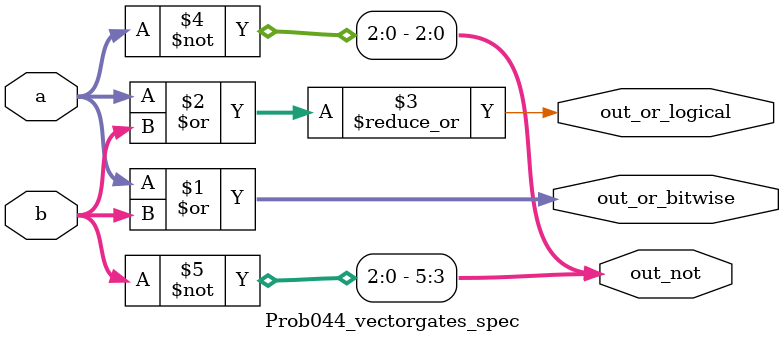
<source format=v>
module Prob044_vectorgates_spec(
    input [2:0] a,
    input [2:0] b,
    output [2:0] out_or_bitwise,
    output [0:0] out_or_logical,
    output [5:0] out_not
);
    // Bitwise OR of a and b
    assign out_or_bitwise = a | b;
    
    // Logical OR of a and b
    assign out_or_logical = |(a | b);
    
    // NOT of b in the upper half and NOT of a in the lower half
    assign out_not = { ~b, ~a };

endmodule

</source>
